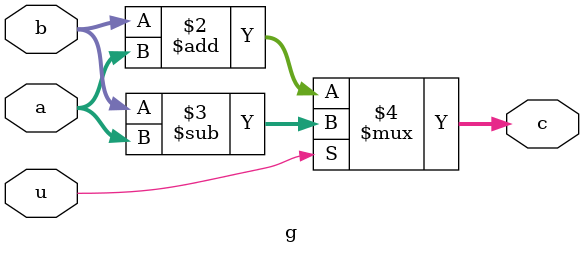
<source format=sv>
`timescale 1ns / 1ps


module g
#(parameter BITS=4)
(
input signed [BITS-1:0] a,
input signed [BITS-1:0] b,
input u,
output logic signed [BITS-1:0] c
);

assign c = (u == 0) ? b + a : b - a;

endmodule

</source>
